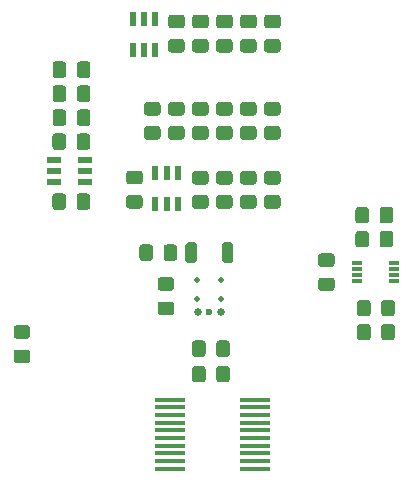
<source format=gtp>
G04 #@! TF.GenerationSoftware,KiCad,Pcbnew,(5.1.6)-1*
G04 #@! TF.CreationDate,2021-11-15T16:14:39+01:00*
G04 #@! TF.ProjectId,SoundModulev2,536f756e-644d-46f6-9475-6c6576322e6b,rev?*
G04 #@! TF.SameCoordinates,Original*
G04 #@! TF.FileFunction,Paste,Top*
G04 #@! TF.FilePolarity,Positive*
%FSLAX46Y46*%
G04 Gerber Fmt 4.6, Leading zero omitted, Abs format (unit mm)*
G04 Created by KiCad (PCBNEW (5.1.6)-1) date 2021-11-15 16:14:39*
%MOMM*%
%LPD*%
G01*
G04 APERTURE LIST*
%ADD10R,0.850000X0.300000*%
%ADD11C,0.460000*%
%ADD12C,0.600000*%
%ADD13C,0.650000*%
%ADD14R,2.500000X0.450000*%
%ADD15R,0.550000X1.200000*%
%ADD16R,1.200000X0.550000*%
G04 APERTURE END LIST*
G36*
G01*
X123574120Y-76229680D02*
X123574120Y-74859680D01*
G75*
G02*
X123764120Y-74669680I190000J0D01*
G01*
X124334120Y-74669680D01*
G75*
G02*
X124524120Y-74859680I0J-190000D01*
G01*
X124524120Y-76229680D01*
G75*
G02*
X124334120Y-76419680I-190000J0D01*
G01*
X123764120Y-76419680D01*
G75*
G02*
X123574120Y-76229680I0J190000D01*
G01*
G37*
G36*
G01*
X120474120Y-76229680D02*
X120474120Y-74859680D01*
G75*
G02*
X120664120Y-74669680I190000J0D01*
G01*
X121234120Y-74669680D01*
G75*
G02*
X121424120Y-74859680I0J-190000D01*
G01*
X121424120Y-76229680D01*
G75*
G02*
X121234120Y-76419680I-190000J0D01*
G01*
X120664120Y-76419680D01*
G75*
G02*
X120474120Y-76229680I0J190000D01*
G01*
G37*
G36*
G01*
X119266121Y-80827680D02*
X118366119Y-80827680D01*
G75*
G02*
X118116120Y-80577681I0J249999D01*
G01*
X118116120Y-79927679D01*
G75*
G02*
X118366119Y-79677680I249999J0D01*
G01*
X119266121Y-79677680D01*
G75*
G02*
X119516120Y-79927679I0J-249999D01*
G01*
X119516120Y-80577681D01*
G75*
G02*
X119266121Y-80827680I-249999J0D01*
G01*
G37*
G36*
G01*
X119266121Y-78777680D02*
X118366119Y-78777680D01*
G75*
G02*
X118116120Y-78527681I0J249999D01*
G01*
X118116120Y-77877679D01*
G75*
G02*
X118366119Y-77627680I249999J0D01*
G01*
X119266121Y-77627680D01*
G75*
G02*
X119516120Y-77877679I0J-249999D01*
G01*
X119516120Y-78527681D01*
G75*
G02*
X119266121Y-78777680I-249999J0D01*
G01*
G37*
G36*
G01*
X136146120Y-81825679D02*
X136146120Y-82725681D01*
G75*
G02*
X135896121Y-82975680I-249999J0D01*
G01*
X135246119Y-82975680D01*
G75*
G02*
X134996120Y-82725681I0J249999D01*
G01*
X134996120Y-81825679D01*
G75*
G02*
X135246119Y-81575680I249999J0D01*
G01*
X135896121Y-81575680D01*
G75*
G02*
X136146120Y-81825679I0J-249999D01*
G01*
G37*
G36*
G01*
X138196120Y-81825679D02*
X138196120Y-82725681D01*
G75*
G02*
X137946121Y-82975680I-249999J0D01*
G01*
X137296119Y-82975680D01*
G75*
G02*
X137046120Y-82725681I0J249999D01*
G01*
X137046120Y-81825679D01*
G75*
G02*
X137296119Y-81575680I249999J0D01*
G01*
X137946121Y-81575680D01*
G75*
G02*
X138196120Y-81825679I0J-249999D01*
G01*
G37*
G36*
G01*
X122176120Y-83222679D02*
X122176120Y-84122681D01*
G75*
G02*
X121926121Y-84372680I-249999J0D01*
G01*
X121276119Y-84372680D01*
G75*
G02*
X121026120Y-84122681I0J249999D01*
G01*
X121026120Y-83222679D01*
G75*
G02*
X121276119Y-82972680I249999J0D01*
G01*
X121926121Y-82972680D01*
G75*
G02*
X122176120Y-83222679I0J-249999D01*
G01*
G37*
G36*
G01*
X124226120Y-83222679D02*
X124226120Y-84122681D01*
G75*
G02*
X123976121Y-84372680I-249999J0D01*
G01*
X123326119Y-84372680D01*
G75*
G02*
X123076120Y-84122681I0J249999D01*
G01*
X123076120Y-83222679D01*
G75*
G02*
X123326119Y-82972680I249999J0D01*
G01*
X123976121Y-82972680D01*
G75*
G02*
X124226120Y-83222679I0J-249999D01*
G01*
G37*
D10*
X135021120Y-77945680D03*
X135021120Y-77445680D03*
X135021120Y-76945680D03*
X135021120Y-76445680D03*
X138171120Y-76445680D03*
X138171120Y-76945680D03*
X138171120Y-77445680D03*
X138171120Y-77945680D03*
G36*
G01*
X136019120Y-71919679D02*
X136019120Y-72819681D01*
G75*
G02*
X135769121Y-73069680I-249999J0D01*
G01*
X135119119Y-73069680D01*
G75*
G02*
X134869120Y-72819681I0J249999D01*
G01*
X134869120Y-71919679D01*
G75*
G02*
X135119119Y-71669680I249999J0D01*
G01*
X135769121Y-71669680D01*
G75*
G02*
X136019120Y-71919679I0J-249999D01*
G01*
G37*
G36*
G01*
X138069120Y-71919679D02*
X138069120Y-72819681D01*
G75*
G02*
X137819121Y-73069680I-249999J0D01*
G01*
X137169119Y-73069680D01*
G75*
G02*
X136919120Y-72819681I0J249999D01*
G01*
X136919120Y-71919679D01*
G75*
G02*
X137169119Y-71669680I249999J0D01*
G01*
X137819121Y-71669680D01*
G75*
G02*
X138069120Y-71919679I0J-249999D01*
G01*
G37*
G36*
G01*
X137046120Y-80693681D02*
X137046120Y-79793679D01*
G75*
G02*
X137296119Y-79543680I249999J0D01*
G01*
X137946121Y-79543680D01*
G75*
G02*
X138196120Y-79793679I0J-249999D01*
G01*
X138196120Y-80693681D01*
G75*
G02*
X137946121Y-80943680I-249999J0D01*
G01*
X137296119Y-80943680D01*
G75*
G02*
X137046120Y-80693681I0J249999D01*
G01*
G37*
G36*
G01*
X134996120Y-80693681D02*
X134996120Y-79793679D01*
G75*
G02*
X135246119Y-79543680I249999J0D01*
G01*
X135896121Y-79543680D01*
G75*
G02*
X136146120Y-79793679I0J-249999D01*
G01*
X136146120Y-80693681D01*
G75*
G02*
X135896121Y-80943680I-249999J0D01*
G01*
X135246119Y-80943680D01*
G75*
G02*
X134996120Y-80693681I0J249999D01*
G01*
G37*
G36*
G01*
X136919120Y-74851681D02*
X136919120Y-73951679D01*
G75*
G02*
X137169119Y-73701680I249999J0D01*
G01*
X137819121Y-73701680D01*
G75*
G02*
X138069120Y-73951679I0J-249999D01*
G01*
X138069120Y-74851681D01*
G75*
G02*
X137819121Y-75101680I-249999J0D01*
G01*
X137169119Y-75101680D01*
G75*
G02*
X136919120Y-74851681I0J249999D01*
G01*
G37*
G36*
G01*
X134869120Y-74851681D02*
X134869120Y-73951679D01*
G75*
G02*
X135119119Y-73701680I249999J0D01*
G01*
X135769121Y-73701680D01*
G75*
G02*
X136019120Y-73951679I0J-249999D01*
G01*
X136019120Y-74851681D01*
G75*
G02*
X135769121Y-75101680I-249999J0D01*
G01*
X135119119Y-75101680D01*
G75*
G02*
X134869120Y-74851681I0J249999D01*
G01*
G37*
G36*
G01*
X132855121Y-76745680D02*
X131955119Y-76745680D01*
G75*
G02*
X131705120Y-76495681I0J249999D01*
G01*
X131705120Y-75845679D01*
G75*
G02*
X131955119Y-75595680I249999J0D01*
G01*
X132855121Y-75595680D01*
G75*
G02*
X133105120Y-75845679I0J-249999D01*
G01*
X133105120Y-76495681D01*
G75*
G02*
X132855121Y-76745680I-249999J0D01*
G01*
G37*
G36*
G01*
X132855121Y-78795680D02*
X131955119Y-78795680D01*
G75*
G02*
X131705120Y-78545681I0J249999D01*
G01*
X131705120Y-77895679D01*
G75*
G02*
X131955119Y-77645680I249999J0D01*
G01*
X132855121Y-77645680D01*
G75*
G02*
X133105120Y-77895679I0J-249999D01*
G01*
X133105120Y-78545681D01*
G75*
G02*
X132855121Y-78795680I-249999J0D01*
G01*
G37*
G36*
G01*
X123076120Y-86281681D02*
X123076120Y-85381679D01*
G75*
G02*
X123326119Y-85131680I249999J0D01*
G01*
X123976121Y-85131680D01*
G75*
G02*
X124226120Y-85381679I0J-249999D01*
G01*
X124226120Y-86281681D01*
G75*
G02*
X123976121Y-86531680I-249999J0D01*
G01*
X123326119Y-86531680D01*
G75*
G02*
X123076120Y-86281681I0J249999D01*
G01*
G37*
G36*
G01*
X121026120Y-86281681D02*
X121026120Y-85381679D01*
G75*
G02*
X121276119Y-85131680I249999J0D01*
G01*
X121926121Y-85131680D01*
G75*
G02*
X122176120Y-85381679I0J-249999D01*
G01*
X122176120Y-86281681D01*
G75*
G02*
X121926121Y-86531680I-249999J0D01*
G01*
X121276119Y-86531680D01*
G75*
G02*
X121026120Y-86281681I0J249999D01*
G01*
G37*
G36*
G01*
X128283121Y-71819680D02*
X127383119Y-71819680D01*
G75*
G02*
X127133120Y-71569681I0J249999D01*
G01*
X127133120Y-70919679D01*
G75*
G02*
X127383119Y-70669680I249999J0D01*
G01*
X128283121Y-70669680D01*
G75*
G02*
X128533120Y-70919679I0J-249999D01*
G01*
X128533120Y-71569681D01*
G75*
G02*
X128283121Y-71819680I-249999J0D01*
G01*
G37*
G36*
G01*
X128283121Y-69769680D02*
X127383119Y-69769680D01*
G75*
G02*
X127133120Y-69519681I0J249999D01*
G01*
X127133120Y-68869679D01*
G75*
G02*
X127383119Y-68619680I249999J0D01*
G01*
X128283121Y-68619680D01*
G75*
G02*
X128533120Y-68869679I0J-249999D01*
G01*
X128533120Y-69519681D01*
G75*
G02*
X128283121Y-69769680I-249999J0D01*
G01*
G37*
G36*
G01*
X115699119Y-68601680D02*
X116599121Y-68601680D01*
G75*
G02*
X116849120Y-68851679I0J-249999D01*
G01*
X116849120Y-69501681D01*
G75*
G02*
X116599121Y-69751680I-249999J0D01*
G01*
X115699119Y-69751680D01*
G75*
G02*
X115449120Y-69501681I0J249999D01*
G01*
X115449120Y-68851679D01*
G75*
G02*
X115699119Y-68601680I249999J0D01*
G01*
G37*
G36*
G01*
X115699119Y-70651680D02*
X116599121Y-70651680D01*
G75*
G02*
X116849120Y-70901679I0J-249999D01*
G01*
X116849120Y-71551681D01*
G75*
G02*
X116599121Y-71801680I-249999J0D01*
G01*
X115699119Y-71801680D01*
G75*
G02*
X115449120Y-71551681I0J249999D01*
G01*
X115449120Y-70901679D01*
G75*
G02*
X115699119Y-70651680I249999J0D01*
G01*
G37*
G36*
G01*
X128283121Y-63927680D02*
X127383119Y-63927680D01*
G75*
G02*
X127133120Y-63677681I0J249999D01*
G01*
X127133120Y-63027679D01*
G75*
G02*
X127383119Y-62777680I249999J0D01*
G01*
X128283121Y-62777680D01*
G75*
G02*
X128533120Y-63027679I0J-249999D01*
G01*
X128533120Y-63677681D01*
G75*
G02*
X128283121Y-63927680I-249999J0D01*
G01*
G37*
G36*
G01*
X128283121Y-65977680D02*
X127383119Y-65977680D01*
G75*
G02*
X127133120Y-65727681I0J249999D01*
G01*
X127133120Y-65077679D01*
G75*
G02*
X127383119Y-64827680I249999J0D01*
G01*
X128283121Y-64827680D01*
G75*
G02*
X128533120Y-65077679I0J-249999D01*
G01*
X128533120Y-65727681D01*
G75*
G02*
X128283121Y-65977680I-249999J0D01*
G01*
G37*
G36*
G01*
X111274120Y-64564681D02*
X111274120Y-63664679D01*
G75*
G02*
X111524119Y-63414680I249999J0D01*
G01*
X112174121Y-63414680D01*
G75*
G02*
X112424120Y-63664679I0J-249999D01*
G01*
X112424120Y-64564681D01*
G75*
G02*
X112174121Y-64814680I-249999J0D01*
G01*
X111524119Y-64814680D01*
G75*
G02*
X111274120Y-64564681I0J249999D01*
G01*
G37*
G36*
G01*
X109224120Y-64564681D02*
X109224120Y-63664679D01*
G75*
G02*
X109474119Y-63414680I249999J0D01*
G01*
X110124121Y-63414680D01*
G75*
G02*
X110374120Y-63664679I0J-249999D01*
G01*
X110374120Y-64564681D01*
G75*
G02*
X110124121Y-64814680I-249999J0D01*
G01*
X109474119Y-64814680D01*
G75*
G02*
X109224120Y-64564681I0J249999D01*
G01*
G37*
G36*
G01*
X118123121Y-65977680D02*
X117223119Y-65977680D01*
G75*
G02*
X116973120Y-65727681I0J249999D01*
G01*
X116973120Y-65077679D01*
G75*
G02*
X117223119Y-64827680I249999J0D01*
G01*
X118123121Y-64827680D01*
G75*
G02*
X118373120Y-65077679I0J-249999D01*
G01*
X118373120Y-65727681D01*
G75*
G02*
X118123121Y-65977680I-249999J0D01*
G01*
G37*
G36*
G01*
X118123121Y-63927680D02*
X117223119Y-63927680D01*
G75*
G02*
X116973120Y-63677681I0J249999D01*
G01*
X116973120Y-63027679D01*
G75*
G02*
X117223119Y-62777680I249999J0D01*
G01*
X118123121Y-62777680D01*
G75*
G02*
X118373120Y-63027679I0J-249999D01*
G01*
X118373120Y-63677681D01*
G75*
G02*
X118123121Y-63927680I-249999J0D01*
G01*
G37*
G36*
G01*
X120155121Y-63927680D02*
X119255119Y-63927680D01*
G75*
G02*
X119005120Y-63677681I0J249999D01*
G01*
X119005120Y-63027679D01*
G75*
G02*
X119255119Y-62777680I249999J0D01*
G01*
X120155121Y-62777680D01*
G75*
G02*
X120405120Y-63027679I0J-249999D01*
G01*
X120405120Y-63677681D01*
G75*
G02*
X120155121Y-63927680I-249999J0D01*
G01*
G37*
G36*
G01*
X120155121Y-65977680D02*
X119255119Y-65977680D01*
G75*
G02*
X119005120Y-65727681I0J249999D01*
G01*
X119005120Y-65077679D01*
G75*
G02*
X119255119Y-64827680I249999J0D01*
G01*
X120155121Y-64827680D01*
G75*
G02*
X120405120Y-65077679I0J-249999D01*
G01*
X120405120Y-65727681D01*
G75*
G02*
X120155121Y-65977680I-249999J0D01*
G01*
G37*
G36*
G01*
X120155121Y-56543680D02*
X119255119Y-56543680D01*
G75*
G02*
X119005120Y-56293681I0J249999D01*
G01*
X119005120Y-55643679D01*
G75*
G02*
X119255119Y-55393680I249999J0D01*
G01*
X120155121Y-55393680D01*
G75*
G02*
X120405120Y-55643679I0J-249999D01*
G01*
X120405120Y-56293681D01*
G75*
G02*
X120155121Y-56543680I-249999J0D01*
G01*
G37*
G36*
G01*
X120155121Y-58593680D02*
X119255119Y-58593680D01*
G75*
G02*
X119005120Y-58343681I0J249999D01*
G01*
X119005120Y-57693679D01*
G75*
G02*
X119255119Y-57443680I249999J0D01*
G01*
X120155121Y-57443680D01*
G75*
G02*
X120405120Y-57693679I0J-249999D01*
G01*
X120405120Y-58343681D01*
G75*
G02*
X120155121Y-58593680I-249999J0D01*
G01*
G37*
G36*
G01*
X125351119Y-57443680D02*
X126251121Y-57443680D01*
G75*
G02*
X126501120Y-57693679I0J-249999D01*
G01*
X126501120Y-58343681D01*
G75*
G02*
X126251121Y-58593680I-249999J0D01*
G01*
X125351119Y-58593680D01*
G75*
G02*
X125101120Y-58343681I0J249999D01*
G01*
X125101120Y-57693679D01*
G75*
G02*
X125351119Y-57443680I249999J0D01*
G01*
G37*
G36*
G01*
X125351119Y-55393680D02*
X126251121Y-55393680D01*
G75*
G02*
X126501120Y-55643679I0J-249999D01*
G01*
X126501120Y-56293681D01*
G75*
G02*
X126251121Y-56543680I-249999J0D01*
G01*
X125351119Y-56543680D01*
G75*
G02*
X125101120Y-56293681I0J249999D01*
G01*
X125101120Y-55643679D01*
G75*
G02*
X125351119Y-55393680I249999J0D01*
G01*
G37*
D11*
X121484120Y-77825680D03*
X123514120Y-77825680D03*
X123514120Y-79465680D03*
X121484120Y-79465680D03*
D12*
X122499120Y-80565680D03*
D13*
X123464120Y-80565680D03*
X121534120Y-80565680D03*
G36*
G01*
X106174119Y-83741680D02*
X107074121Y-83741680D01*
G75*
G02*
X107324120Y-83991679I0J-249999D01*
G01*
X107324120Y-84641681D01*
G75*
G02*
X107074121Y-84891680I-249999J0D01*
G01*
X106174119Y-84891680D01*
G75*
G02*
X105924120Y-84641681I0J249999D01*
G01*
X105924120Y-83991679D01*
G75*
G02*
X106174119Y-83741680I249999J0D01*
G01*
G37*
G36*
G01*
X106174119Y-81691680D02*
X107074121Y-81691680D01*
G75*
G02*
X107324120Y-81941679I0J-249999D01*
G01*
X107324120Y-82591681D01*
G75*
G02*
X107074121Y-82841680I-249999J0D01*
G01*
X106174119Y-82841680D01*
G75*
G02*
X105924120Y-82591681I0J249999D01*
G01*
X105924120Y-81941679D01*
G75*
G02*
X106174119Y-81691680I249999J0D01*
G01*
G37*
G36*
G01*
X117731120Y-75094679D02*
X117731120Y-75994681D01*
G75*
G02*
X117481121Y-76244680I-249999J0D01*
G01*
X116831119Y-76244680D01*
G75*
G02*
X116581120Y-75994681I0J249999D01*
G01*
X116581120Y-75094679D01*
G75*
G02*
X116831119Y-74844680I249999J0D01*
G01*
X117481121Y-74844680D01*
G75*
G02*
X117731120Y-75094679I0J-249999D01*
G01*
G37*
G36*
G01*
X119781120Y-75094679D02*
X119781120Y-75994681D01*
G75*
G02*
X119531121Y-76244680I-249999J0D01*
G01*
X118881119Y-76244680D01*
G75*
G02*
X118631120Y-75994681I0J249999D01*
G01*
X118631120Y-75094679D01*
G75*
G02*
X118881119Y-74844680I249999J0D01*
G01*
X119531121Y-74844680D01*
G75*
G02*
X119781120Y-75094679I0J-249999D01*
G01*
G37*
G36*
G01*
X126251121Y-69769680D02*
X125351119Y-69769680D01*
G75*
G02*
X125101120Y-69519681I0J249999D01*
G01*
X125101120Y-68869679D01*
G75*
G02*
X125351119Y-68619680I249999J0D01*
G01*
X126251121Y-68619680D01*
G75*
G02*
X126501120Y-68869679I0J-249999D01*
G01*
X126501120Y-69519681D01*
G75*
G02*
X126251121Y-69769680I-249999J0D01*
G01*
G37*
G36*
G01*
X126251121Y-71819680D02*
X125351119Y-71819680D01*
G75*
G02*
X125101120Y-71569681I0J249999D01*
G01*
X125101120Y-70919679D01*
G75*
G02*
X125351119Y-70669680I249999J0D01*
G01*
X126251121Y-70669680D01*
G75*
G02*
X126501120Y-70919679I0J-249999D01*
G01*
X126501120Y-71569681D01*
G75*
G02*
X126251121Y-71819680I-249999J0D01*
G01*
G37*
G36*
G01*
X123319119Y-68619680D02*
X124219121Y-68619680D01*
G75*
G02*
X124469120Y-68869679I0J-249999D01*
G01*
X124469120Y-69519681D01*
G75*
G02*
X124219121Y-69769680I-249999J0D01*
G01*
X123319119Y-69769680D01*
G75*
G02*
X123069120Y-69519681I0J249999D01*
G01*
X123069120Y-68869679D01*
G75*
G02*
X123319119Y-68619680I249999J0D01*
G01*
G37*
G36*
G01*
X123319119Y-70669680D02*
X124219121Y-70669680D01*
G75*
G02*
X124469120Y-70919679I0J-249999D01*
G01*
X124469120Y-71569681D01*
G75*
G02*
X124219121Y-71819680I-249999J0D01*
G01*
X123319119Y-71819680D01*
G75*
G02*
X123069120Y-71569681I0J249999D01*
G01*
X123069120Y-70919679D01*
G75*
G02*
X123319119Y-70669680I249999J0D01*
G01*
G37*
G36*
G01*
X112424120Y-61632679D02*
X112424120Y-62532681D01*
G75*
G02*
X112174121Y-62782680I-249999J0D01*
G01*
X111524119Y-62782680D01*
G75*
G02*
X111274120Y-62532681I0J249999D01*
G01*
X111274120Y-61632679D01*
G75*
G02*
X111524119Y-61382680I249999J0D01*
G01*
X112174121Y-61382680D01*
G75*
G02*
X112424120Y-61632679I0J-249999D01*
G01*
G37*
G36*
G01*
X110374120Y-61632679D02*
X110374120Y-62532681D01*
G75*
G02*
X110124121Y-62782680I-249999J0D01*
G01*
X109474119Y-62782680D01*
G75*
G02*
X109224120Y-62532681I0J249999D01*
G01*
X109224120Y-61632679D01*
G75*
G02*
X109474119Y-61382680I249999J0D01*
G01*
X110124121Y-61382680D01*
G75*
G02*
X110374120Y-61632679I0J-249999D01*
G01*
G37*
G36*
G01*
X109224120Y-60500681D02*
X109224120Y-59600679D01*
G75*
G02*
X109474119Y-59350680I249999J0D01*
G01*
X110124121Y-59350680D01*
G75*
G02*
X110374120Y-59600679I0J-249999D01*
G01*
X110374120Y-60500681D01*
G75*
G02*
X110124121Y-60750680I-249999J0D01*
G01*
X109474119Y-60750680D01*
G75*
G02*
X109224120Y-60500681I0J249999D01*
G01*
G37*
G36*
G01*
X111274120Y-60500681D02*
X111274120Y-59600679D01*
G75*
G02*
X111524119Y-59350680I249999J0D01*
G01*
X112174121Y-59350680D01*
G75*
G02*
X112424120Y-59600679I0J-249999D01*
G01*
X112424120Y-60500681D01*
G75*
G02*
X112174121Y-60750680I-249999J0D01*
G01*
X111524119Y-60750680D01*
G75*
G02*
X111274120Y-60500681I0J249999D01*
G01*
G37*
G36*
G01*
X121287119Y-68619680D02*
X122187121Y-68619680D01*
G75*
G02*
X122437120Y-68869679I0J-249999D01*
G01*
X122437120Y-69519681D01*
G75*
G02*
X122187121Y-69769680I-249999J0D01*
G01*
X121287119Y-69769680D01*
G75*
G02*
X121037120Y-69519681I0J249999D01*
G01*
X121037120Y-68869679D01*
G75*
G02*
X121287119Y-68619680I249999J0D01*
G01*
G37*
G36*
G01*
X121287119Y-70669680D02*
X122187121Y-70669680D01*
G75*
G02*
X122437120Y-70919679I0J-249999D01*
G01*
X122437120Y-71569681D01*
G75*
G02*
X122187121Y-71819680I-249999J0D01*
G01*
X121287119Y-71819680D01*
G75*
G02*
X121037120Y-71569681I0J249999D01*
G01*
X121037120Y-70919679D01*
G75*
G02*
X121287119Y-70669680I249999J0D01*
G01*
G37*
G36*
G01*
X126251121Y-65977680D02*
X125351119Y-65977680D01*
G75*
G02*
X125101120Y-65727681I0J249999D01*
G01*
X125101120Y-65077679D01*
G75*
G02*
X125351119Y-64827680I249999J0D01*
G01*
X126251121Y-64827680D01*
G75*
G02*
X126501120Y-65077679I0J-249999D01*
G01*
X126501120Y-65727681D01*
G75*
G02*
X126251121Y-65977680I-249999J0D01*
G01*
G37*
G36*
G01*
X126251121Y-63927680D02*
X125351119Y-63927680D01*
G75*
G02*
X125101120Y-63677681I0J249999D01*
G01*
X125101120Y-63027679D01*
G75*
G02*
X125351119Y-62777680I249999J0D01*
G01*
X126251121Y-62777680D01*
G75*
G02*
X126501120Y-63027679I0J-249999D01*
G01*
X126501120Y-63677681D01*
G75*
G02*
X126251121Y-63927680I-249999J0D01*
G01*
G37*
G36*
G01*
X123319119Y-64827680D02*
X124219121Y-64827680D01*
G75*
G02*
X124469120Y-65077679I0J-249999D01*
G01*
X124469120Y-65727681D01*
G75*
G02*
X124219121Y-65977680I-249999J0D01*
G01*
X123319119Y-65977680D01*
G75*
G02*
X123069120Y-65727681I0J249999D01*
G01*
X123069120Y-65077679D01*
G75*
G02*
X123319119Y-64827680I249999J0D01*
G01*
G37*
G36*
G01*
X123319119Y-62777680D02*
X124219121Y-62777680D01*
G75*
G02*
X124469120Y-63027679I0J-249999D01*
G01*
X124469120Y-63677681D01*
G75*
G02*
X124219121Y-63927680I-249999J0D01*
G01*
X123319119Y-63927680D01*
G75*
G02*
X123069120Y-63677681I0J249999D01*
G01*
X123069120Y-63027679D01*
G75*
G02*
X123319119Y-62777680I249999J0D01*
G01*
G37*
G36*
G01*
X122187121Y-65977680D02*
X121287119Y-65977680D01*
G75*
G02*
X121037120Y-65727681I0J249999D01*
G01*
X121037120Y-65077679D01*
G75*
G02*
X121287119Y-64827680I249999J0D01*
G01*
X122187121Y-64827680D01*
G75*
G02*
X122437120Y-65077679I0J-249999D01*
G01*
X122437120Y-65727681D01*
G75*
G02*
X122187121Y-65977680I-249999J0D01*
G01*
G37*
G36*
G01*
X122187121Y-63927680D02*
X121287119Y-63927680D01*
G75*
G02*
X121037120Y-63677681I0J249999D01*
G01*
X121037120Y-63027679D01*
G75*
G02*
X121287119Y-62777680I249999J0D01*
G01*
X122187121Y-62777680D01*
G75*
G02*
X122437120Y-63027679I0J-249999D01*
G01*
X122437120Y-63677681D01*
G75*
G02*
X122187121Y-63927680I-249999J0D01*
G01*
G37*
G36*
G01*
X121287119Y-57443680D02*
X122187121Y-57443680D01*
G75*
G02*
X122437120Y-57693679I0J-249999D01*
G01*
X122437120Y-58343681D01*
G75*
G02*
X122187121Y-58593680I-249999J0D01*
G01*
X121287119Y-58593680D01*
G75*
G02*
X121037120Y-58343681I0J249999D01*
G01*
X121037120Y-57693679D01*
G75*
G02*
X121287119Y-57443680I249999J0D01*
G01*
G37*
G36*
G01*
X121287119Y-55393680D02*
X122187121Y-55393680D01*
G75*
G02*
X122437120Y-55643679I0J-249999D01*
G01*
X122437120Y-56293681D01*
G75*
G02*
X122187121Y-56543680I-249999J0D01*
G01*
X121287119Y-56543680D01*
G75*
G02*
X121037120Y-56293681I0J249999D01*
G01*
X121037120Y-55643679D01*
G75*
G02*
X121287119Y-55393680I249999J0D01*
G01*
G37*
G36*
G01*
X124219121Y-56543680D02*
X123319119Y-56543680D01*
G75*
G02*
X123069120Y-56293681I0J249999D01*
G01*
X123069120Y-55643679D01*
G75*
G02*
X123319119Y-55393680I249999J0D01*
G01*
X124219121Y-55393680D01*
G75*
G02*
X124469120Y-55643679I0J-249999D01*
G01*
X124469120Y-56293681D01*
G75*
G02*
X124219121Y-56543680I-249999J0D01*
G01*
G37*
G36*
G01*
X124219121Y-58593680D02*
X123319119Y-58593680D01*
G75*
G02*
X123069120Y-58343681I0J249999D01*
G01*
X123069120Y-57693679D01*
G75*
G02*
X123319119Y-57443680I249999J0D01*
G01*
X124219121Y-57443680D01*
G75*
G02*
X124469120Y-57693679I0J-249999D01*
G01*
X124469120Y-58343681D01*
G75*
G02*
X124219121Y-58593680I-249999J0D01*
G01*
G37*
G36*
G01*
X127383119Y-55393680D02*
X128283121Y-55393680D01*
G75*
G02*
X128533120Y-55643679I0J-249999D01*
G01*
X128533120Y-56293681D01*
G75*
G02*
X128283121Y-56543680I-249999J0D01*
G01*
X127383119Y-56543680D01*
G75*
G02*
X127133120Y-56293681I0J249999D01*
G01*
X127133120Y-55643679D01*
G75*
G02*
X127383119Y-55393680I249999J0D01*
G01*
G37*
G36*
G01*
X127383119Y-57443680D02*
X128283121Y-57443680D01*
G75*
G02*
X128533120Y-57693679I0J-249999D01*
G01*
X128533120Y-58343681D01*
G75*
G02*
X128283121Y-58593680I-249999J0D01*
G01*
X127383119Y-58593680D01*
G75*
G02*
X127133120Y-58343681I0J249999D01*
G01*
X127133120Y-57693679D01*
G75*
G02*
X127383119Y-57443680I249999J0D01*
G01*
G37*
D14*
X119133620Y-87990680D03*
X119133620Y-88640680D03*
X119133620Y-89290680D03*
X119133620Y-89940680D03*
X119133620Y-90590680D03*
X119133620Y-91240680D03*
X119133620Y-91890680D03*
X119133620Y-92540680D03*
X119133620Y-93190680D03*
X119133620Y-93840680D03*
X126333620Y-93840680D03*
X126333620Y-93190680D03*
X126333620Y-92540680D03*
X126333620Y-91890680D03*
X126333620Y-91240680D03*
X126333620Y-90590680D03*
X126333620Y-89940680D03*
X126333620Y-89290680D03*
X126333620Y-88640680D03*
X126333620Y-87990680D03*
D15*
X117927120Y-71429880D03*
X118877120Y-71429880D03*
X119827120Y-71429880D03*
X119827120Y-68813680D03*
X118877120Y-68813680D03*
X117927120Y-68813680D03*
D16*
X109341920Y-67670680D03*
X109341920Y-68620680D03*
X109341920Y-69570680D03*
X111958120Y-69570680D03*
X111958120Y-68620680D03*
X111958120Y-67670680D03*
D15*
X117927120Y-58399680D03*
X116977120Y-58399680D03*
X116027120Y-58399680D03*
X116027120Y-55783480D03*
X116977120Y-55783480D03*
X117927120Y-55783480D03*
G36*
G01*
X109215120Y-66596681D02*
X109215120Y-65696679D01*
G75*
G02*
X109465119Y-65446680I249999J0D01*
G01*
X110115121Y-65446680D01*
G75*
G02*
X110365120Y-65696679I0J-249999D01*
G01*
X110365120Y-66596681D01*
G75*
G02*
X110115121Y-66846680I-249999J0D01*
G01*
X109465119Y-66846680D01*
G75*
G02*
X109215120Y-66596681I0J249999D01*
G01*
G37*
G36*
G01*
X111265120Y-66596681D02*
X111265120Y-65696679D01*
G75*
G02*
X111515119Y-65446680I249999J0D01*
G01*
X112165121Y-65446680D01*
G75*
G02*
X112415120Y-65696679I0J-249999D01*
G01*
X112415120Y-66596681D01*
G75*
G02*
X112165121Y-66846680I-249999J0D01*
G01*
X111515119Y-66846680D01*
G75*
G02*
X111265120Y-66596681I0J249999D01*
G01*
G37*
G36*
G01*
X111256120Y-71676681D02*
X111256120Y-70776679D01*
G75*
G02*
X111506119Y-70526680I249999J0D01*
G01*
X112156121Y-70526680D01*
G75*
G02*
X112406120Y-70776679I0J-249999D01*
G01*
X112406120Y-71676681D01*
G75*
G02*
X112156121Y-71926680I-249999J0D01*
G01*
X111506119Y-71926680D01*
G75*
G02*
X111256120Y-71676681I0J249999D01*
G01*
G37*
G36*
G01*
X109206120Y-71676681D02*
X109206120Y-70776679D01*
G75*
G02*
X109456119Y-70526680I249999J0D01*
G01*
X110106121Y-70526680D01*
G75*
G02*
X110356120Y-70776679I0J-249999D01*
G01*
X110356120Y-71676681D01*
G75*
G02*
X110106121Y-71926680I-249999J0D01*
G01*
X109456119Y-71926680D01*
G75*
G02*
X109206120Y-71676681I0J249999D01*
G01*
G37*
M02*

</source>
